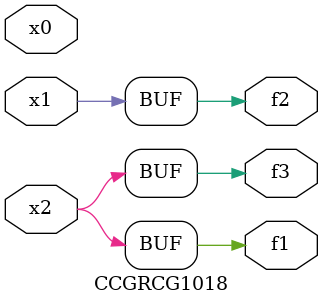
<source format=v>
module CCGRCG1018(
	input x0, x1, x2,
	output f1, f2, f3
);
	assign f1 = x2;
	assign f2 = x1;
	assign f3 = x2;
endmodule

</source>
